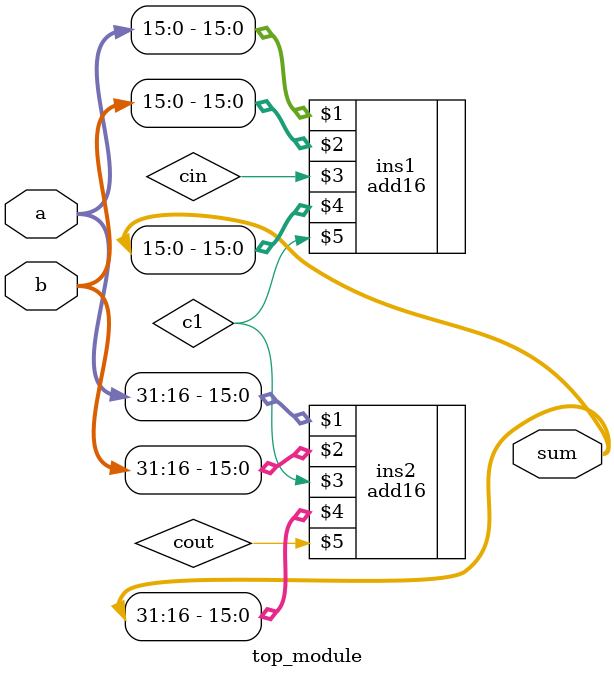
<source format=v>
module top_module(
    input [31:0] a,
    input [31:0] b,
    output [31:0] sum
);
    wire cin, c1, cout;
    
    add16 ins1 (a[15:0], b[15:0], cin, sum[15:0], c1);
    add16 ins2 (a[31:16], b[31:16], c1, sum[31:16], cout);

endmodule

</source>
